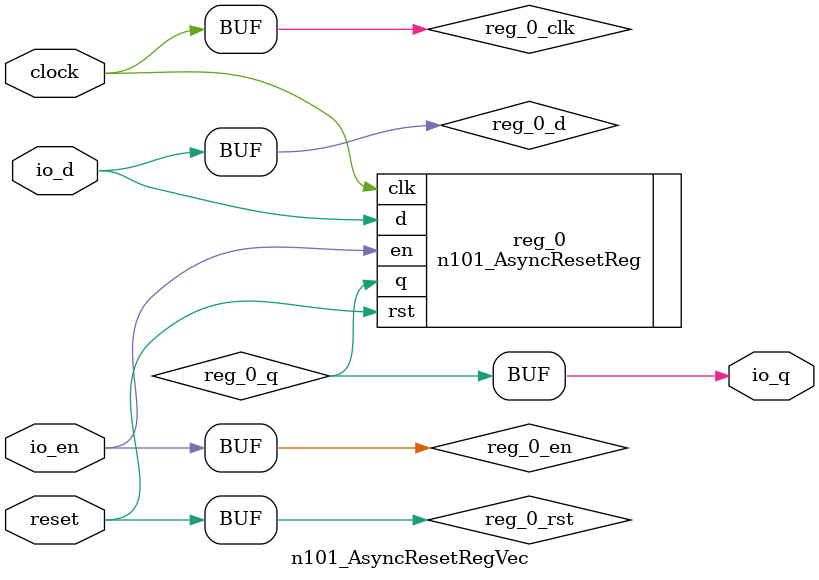
<source format=v>
module n101_AsyncResetRegVec(
  input   clock,
  input   reset,
  input   io_d,
  output  io_q,
  input   io_en
);
  wire  reg_0_rst;
  wire  reg_0_clk;
  wire  reg_0_en;
  wire  reg_0_q;
  wire  reg_0_d;
  n101_AsyncResetReg reg_0 (
    .rst(reg_0_rst),
    .clk(reg_0_clk),
    .en(reg_0_en),
    .q(reg_0_q),
    .d(reg_0_d)
  );
  assign io_q = reg_0_q;
  assign reg_0_rst = reset;
  assign reg_0_clk = clock;
  assign reg_0_en = io_en;
  assign reg_0_d = io_d;
endmodule


</source>
